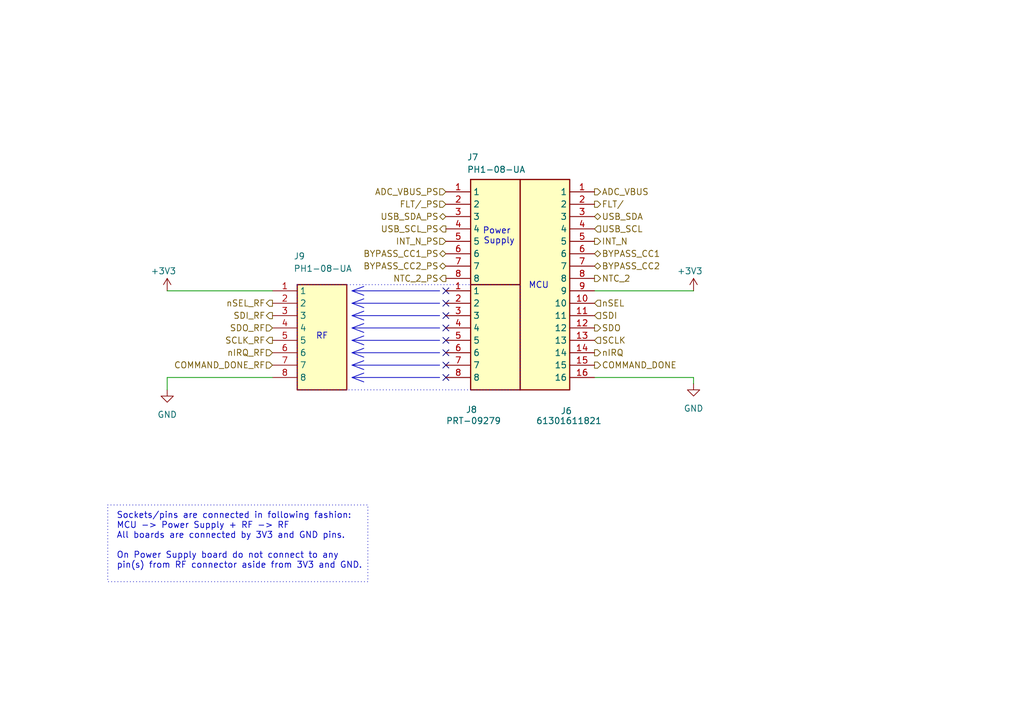
<source format=kicad_sch>
(kicad_sch
	(version 20231120)
	(generator "eeschema")
	(generator_version "8.0")
	(uuid "f610fd08-b7a0-4c8e-a6bc-3258a0bbabbc")
	(paper "A5")
	(lib_symbols
		(symbol "PH1-08-UA_1"
			(exclude_from_sim no)
			(in_bom yes)
			(on_board yes)
			(property "Reference" "J9"
				(at 4.318 7.112 0)
				(effects
					(font
						(size 1.27 1.27)
					)
					(justify left)
				)
			)
			(property "Value" "PH1-08-UA"
				(at 4.318 4.572 0)
				(effects
					(font
						(size 1.27 1.27)
					)
					(justify left)
				)
			)
			(property "Footprint" "HDRV8W64P0X254_1X8_2032X250X888P"
				(at 16.51 -94.92 0)
				(effects
					(font
						(size 1.27 1.27)
					)
					(justify left top)
					(hide yes)
				)
			)
			(property "Datasheet" "https://app.adam-tech.com/products/download/data_sheet/201605/ph1-xx-ua-data-sheet.pdf"
				(at 16.51 -194.92 0)
				(effects
					(font
						(size 1.27 1.27)
					)
					(justify left top)
					(hide yes)
				)
			)
			(property "Description" "Conn Unshrouded Header HDR 8 POS 2.54mm Solder ST Thru-Hole"
				(at 0 0 0)
				(effects
					(font
						(size 1.27 1.27)
					)
					(hide yes)
				)
			)
			(property "Height" "8.881"
				(at 16.51 -394.92 0)
				(effects
					(font
						(size 1.27 1.27)
					)
					(justify left top)
					(hide yes)
				)
			)
			(property "Manufacturer_Name" "Adam Tech"
				(at 16.51 -494.92 0)
				(effects
					(font
						(size 1.27 1.27)
					)
					(justify left top)
					(hide yes)
				)
			)
			(property "Manufacturer_Part_Number" "PH1-08-UA"
				(at 16.51 -594.92 0)
				(effects
					(font
						(size 1.27 1.27)
					)
					(justify left top)
					(hide yes)
				)
			)
			(property "Mouser Part Number" "737-PH1-08-UA"
				(at 16.51 -694.92 0)
				(effects
					(font
						(size 1.27 1.27)
					)
					(justify left top)
					(hide yes)
				)
			)
			(property "Mouser Price/Stock" "https://www.mouser.co.uk/ProductDetail/Adam-Tech/PH1-08-UA?qs=HoCaDK9Nz5fwefM2nMHXHA%3D%3D"
				(at 16.51 -794.92 0)
				(effects
					(font
						(size 1.27 1.27)
					)
					(justify left top)
					(hide yes)
				)
			)
			(property "Arrow Part Number" "PH1-08-UA"
				(at 16.51 -894.92 0)
				(effects
					(font
						(size 1.27 1.27)
					)
					(justify left top)
					(hide yes)
				)
			)
			(property "Arrow Price/Stock" "https://www.arrow.com/en/products/ph1-08-ua/adam-tech?utm_currency=USD&region=nac"
				(at 16.51 -994.92 0)
				(effects
					(font
						(size 1.27 1.27)
					)
					(justify left top)
					(hide yes)
				)
			)
			(symbol "PH1-08-UA_1_1_1"
				(rectangle
					(start 5.08 1.27)
					(end 15.24 -20.32)
					(stroke
						(width 0.254)
						(type default)
					)
					(fill
						(type background)
					)
				)
				(pin passive line
					(at 0 0 0)
					(length 5.08)
					(name "1"
						(effects
							(font
								(size 1.27 1.27)
							)
						)
					)
					(number "1"
						(effects
							(font
								(size 1.27 1.27)
							)
						)
					)
				)
				(pin passive line
					(at 0 -2.54 0)
					(length 5.08)
					(name "2"
						(effects
							(font
								(size 1.27 1.27)
							)
						)
					)
					(number "2"
						(effects
							(font
								(size 1.27 1.27)
							)
						)
					)
				)
				(pin passive line
					(at 0 -5.08 0)
					(length 5.08)
					(name "3"
						(effects
							(font
								(size 1.27 1.27)
							)
						)
					)
					(number "3"
						(effects
							(font
								(size 1.27 1.27)
							)
						)
					)
				)
				(pin passive line
					(at 0 -7.62 0)
					(length 5.08)
					(name "4"
						(effects
							(font
								(size 1.27 1.27)
							)
						)
					)
					(number "4"
						(effects
							(font
								(size 1.27 1.27)
							)
						)
					)
				)
				(pin passive line
					(at 0 -10.16 0)
					(length 5.08)
					(name "5"
						(effects
							(font
								(size 1.27 1.27)
							)
						)
					)
					(number "5"
						(effects
							(font
								(size 1.27 1.27)
							)
						)
					)
				)
				(pin passive line
					(at 0 -12.7 0)
					(length 5.08)
					(name "6"
						(effects
							(font
								(size 1.27 1.27)
							)
						)
					)
					(number "6"
						(effects
							(font
								(size 1.27 1.27)
							)
						)
					)
				)
				(pin passive line
					(at 0 -15.24 0)
					(length 5.08)
					(name "7"
						(effects
							(font
								(size 1.27 1.27)
							)
						)
					)
					(number "7"
						(effects
							(font
								(size 1.27 1.27)
							)
						)
					)
				)
				(pin passive line
					(at 0 -17.78 0)
					(length 5.08)
					(name "8"
						(effects
							(font
								(size 1.27 1.27)
							)
						)
					)
					(number "8"
						(effects
							(font
								(size 1.27 1.27)
							)
						)
					)
				)
			)
		)
		(symbol "SamacSys_Parts:61301611821"
			(exclude_from_sim no)
			(in_bom yes)
			(on_board yes)
			(property "Reference" "J"
				(at 16.51 7.62 0)
				(effects
					(font
						(size 1.27 1.27)
					)
					(justify left top)
				)
			)
			(property "Value" "61301611821"
				(at 16.51 5.08 0)
				(effects
					(font
						(size 1.27 1.27)
					)
					(justify left top)
				)
			)
			(property "Footprint" "RHDR16W82P0X254_1X16_4114X250X865P"
				(at 16.51 -94.92 0)
				(effects
					(font
						(size 1.27 1.27)
					)
					(justify left top)
					(hide yes)
				)
			)
			(property "Datasheet" "https://www.we-online.com/catalog/datasheet/61301611821.pdf"
				(at 16.51 -194.92 0)
				(effects
					(font
						(size 1.27 1.27)
					)
					(justify left top)
					(hide yes)
				)
			)
			(property "Description" "WURTH ELEKTRONIK - 61301611821 - PCB Receptacle, Board-to-Board, 2.54 mm, 1 Rows, 16 Contacts, Through Hole Mount, WR-PHD Series"
				(at 0 0 0)
				(effects
					(font
						(size 1.27 1.27)
					)
					(hide yes)
				)
			)
			(property "Height" "8.65"
				(at 16.51 -394.92 0)
				(effects
					(font
						(size 1.27 1.27)
					)
					(justify left top)
					(hide yes)
				)
			)
			(property "Manufacturer_Name" "Wurth Elektronik"
				(at 16.51 -494.92 0)
				(effects
					(font
						(size 1.27 1.27)
					)
					(justify left top)
					(hide yes)
				)
			)
			(property "Manufacturer_Part_Number" "61301611821"
				(at 16.51 -594.92 0)
				(effects
					(font
						(size 1.27 1.27)
					)
					(justify left top)
					(hide yes)
				)
			)
			(property "Mouser Part Number" "710-61301611821"
				(at 16.51 -694.92 0)
				(effects
					(font
						(size 1.27 1.27)
					)
					(justify left top)
					(hide yes)
				)
			)
			(property "Mouser Price/Stock" "https://www.mouser.co.uk/ProductDetail/Wurth-Elektronik/61301611821?qs=xZ%2FP%252Ba9zWqYIxo6RU%252B1Wuw%3D%3D"
				(at 16.51 -794.92 0)
				(effects
					(font
						(size 1.27 1.27)
					)
					(justify left top)
					(hide yes)
				)
			)
			(property "Arrow Part Number" ""
				(at 16.51 -894.92 0)
				(effects
					(font
						(size 1.27 1.27)
					)
					(justify left top)
					(hide yes)
				)
			)
			(property "Arrow Price/Stock" ""
				(at 16.51 -994.92 0)
				(effects
					(font
						(size 1.27 1.27)
					)
					(justify left top)
					(hide yes)
				)
			)
			(symbol "61301611821_1_1"
				(rectangle
					(start 5.08 2.54)
					(end 15.24 -40.64)
					(stroke
						(width 0.254)
						(type default)
					)
					(fill
						(type background)
					)
				)
				(pin passive line
					(at 0 0 0)
					(length 5.08)
					(name "1"
						(effects
							(font
								(size 1.27 1.27)
							)
						)
					)
					(number "1"
						(effects
							(font
								(size 1.27 1.27)
							)
						)
					)
				)
				(pin passive line
					(at 0 -22.86 0)
					(length 5.08)
					(name "10"
						(effects
							(font
								(size 1.27 1.27)
							)
						)
					)
					(number "10"
						(effects
							(font
								(size 1.27 1.27)
							)
						)
					)
				)
				(pin passive line
					(at 0 -25.4 0)
					(length 5.08)
					(name "11"
						(effects
							(font
								(size 1.27 1.27)
							)
						)
					)
					(number "11"
						(effects
							(font
								(size 1.27 1.27)
							)
						)
					)
				)
				(pin passive line
					(at 0 -27.94 0)
					(length 5.08)
					(name "12"
						(effects
							(font
								(size 1.27 1.27)
							)
						)
					)
					(number "12"
						(effects
							(font
								(size 1.27 1.27)
							)
						)
					)
				)
				(pin passive line
					(at 0 -30.48 0)
					(length 5.08)
					(name "13"
						(effects
							(font
								(size 1.27 1.27)
							)
						)
					)
					(number "13"
						(effects
							(font
								(size 1.27 1.27)
							)
						)
					)
				)
				(pin passive line
					(at 0 -33.02 0)
					(length 5.08)
					(name "14"
						(effects
							(font
								(size 1.27 1.27)
							)
						)
					)
					(number "14"
						(effects
							(font
								(size 1.27 1.27)
							)
						)
					)
				)
				(pin passive line
					(at 0 -35.56 0)
					(length 5.08)
					(name "15"
						(effects
							(font
								(size 1.27 1.27)
							)
						)
					)
					(number "15"
						(effects
							(font
								(size 1.27 1.27)
							)
						)
					)
				)
				(pin passive line
					(at 0 -38.1 0)
					(length 5.08)
					(name "16"
						(effects
							(font
								(size 1.27 1.27)
							)
						)
					)
					(number "16"
						(effects
							(font
								(size 1.27 1.27)
							)
						)
					)
				)
				(pin passive line
					(at 0 -2.54 0)
					(length 5.08)
					(name "2"
						(effects
							(font
								(size 1.27 1.27)
							)
						)
					)
					(number "2"
						(effects
							(font
								(size 1.27 1.27)
							)
						)
					)
				)
				(pin passive line
					(at 0 -5.08 0)
					(length 5.08)
					(name "3"
						(effects
							(font
								(size 1.27 1.27)
							)
						)
					)
					(number "3"
						(effects
							(font
								(size 1.27 1.27)
							)
						)
					)
				)
				(pin passive line
					(at 0 -7.62 0)
					(length 5.08)
					(name "4"
						(effects
							(font
								(size 1.27 1.27)
							)
						)
					)
					(number "4"
						(effects
							(font
								(size 1.27 1.27)
							)
						)
					)
				)
				(pin passive line
					(at 0 -10.16 0)
					(length 5.08)
					(name "5"
						(effects
							(font
								(size 1.27 1.27)
							)
						)
					)
					(number "5"
						(effects
							(font
								(size 1.27 1.27)
							)
						)
					)
				)
				(pin passive line
					(at 0 -12.7 0)
					(length 5.08)
					(name "6"
						(effects
							(font
								(size 1.27 1.27)
							)
						)
					)
					(number "6"
						(effects
							(font
								(size 1.27 1.27)
							)
						)
					)
				)
				(pin passive line
					(at 0 -15.24 0)
					(length 5.08)
					(name "7"
						(effects
							(font
								(size 1.27 1.27)
							)
						)
					)
					(number "7"
						(effects
							(font
								(size 1.27 1.27)
							)
						)
					)
				)
				(pin passive line
					(at 0 -17.78 0)
					(length 5.08)
					(name "8"
						(effects
							(font
								(size 1.27 1.27)
							)
						)
					)
					(number "8"
						(effects
							(font
								(size 1.27 1.27)
							)
						)
					)
				)
				(pin passive line
					(at 0 -20.32 0)
					(length 5.08)
					(name "9"
						(effects
							(font
								(size 1.27 1.27)
							)
						)
					)
					(number "9"
						(effects
							(font
								(size 1.27 1.27)
							)
						)
					)
				)
			)
		)
		(symbol "SamacSys_Parts:PH1-08-UA"
			(exclude_from_sim no)
			(in_bom yes)
			(on_board yes)
			(property "Reference" "J7"
				(at 4.318 7.112 0)
				(effects
					(font
						(size 1.27 1.27)
					)
					(justify left)
				)
			)
			(property "Value" "PH1-08-UA"
				(at 4.318 4.572 0)
				(effects
					(font
						(size 1.27 1.27)
					)
					(justify left)
				)
			)
			(property "Footprint" "HDRV8W64P0X254_1X8_2032X250X888P"
				(at 16.51 -94.92 0)
				(effects
					(font
						(size 1.27 1.27)
					)
					(justify left top)
					(hide yes)
				)
			)
			(property "Datasheet" "https://app.adam-tech.com/products/download/data_sheet/201605/ph1-xx-ua-data-sheet.pdf"
				(at 16.51 -194.92 0)
				(effects
					(font
						(size 1.27 1.27)
					)
					(justify left top)
					(hide yes)
				)
			)
			(property "Description" "Conn Unshrouded Header HDR 8 POS 2.54mm Solder ST Thru-Hole"
				(at 0 0 0)
				(effects
					(font
						(size 1.27 1.27)
					)
					(hide yes)
				)
			)
			(property "Height" "8.881"
				(at 16.51 -394.92 0)
				(effects
					(font
						(size 1.27 1.27)
					)
					(justify left top)
					(hide yes)
				)
			)
			(property "Manufacturer_Name" "Adam Tech"
				(at 16.51 -494.92 0)
				(effects
					(font
						(size 1.27 1.27)
					)
					(justify left top)
					(hide yes)
				)
			)
			(property "Manufacturer_Part_Number" "PH1-08-UA"
				(at 16.51 -594.92 0)
				(effects
					(font
						(size 1.27 1.27)
					)
					(justify left top)
					(hide yes)
				)
			)
			(property "Mouser Part Number" "737-PH1-08-UA"
				(at 16.51 -694.92 0)
				(effects
					(font
						(size 1.27 1.27)
					)
					(justify left top)
					(hide yes)
				)
			)
			(property "Mouser Price/Stock" "https://www.mouser.co.uk/ProductDetail/Adam-Tech/PH1-08-UA?qs=HoCaDK9Nz5fwefM2nMHXHA%3D%3D"
				(at 16.51 -794.92 0)
				(effects
					(font
						(size 1.27 1.27)
					)
					(justify left top)
					(hide yes)
				)
			)
			(property "Arrow Part Number" "PH1-08-UA"
				(at 16.51 -894.92 0)
				(effects
					(font
						(size 1.27 1.27)
					)
					(justify left top)
					(hide yes)
				)
			)
			(property "Arrow Price/Stock" "https://www.arrow.com/en/products/ph1-08-ua/adam-tech?utm_currency=USD&region=nac"
				(at 16.51 -994.92 0)
				(effects
					(font
						(size 1.27 1.27)
					)
					(justify left top)
					(hide yes)
				)
			)
			(symbol "PH1-08-UA_1_1"
				(rectangle
					(start 5.08 2.54)
					(end 15.24 -19.05)
					(stroke
						(width 0.254)
						(type default)
					)
					(fill
						(type background)
					)
				)
				(pin passive line
					(at 0 0 0)
					(length 5.08)
					(name "1"
						(effects
							(font
								(size 1.27 1.27)
							)
						)
					)
					(number "1"
						(effects
							(font
								(size 1.27 1.27)
							)
						)
					)
				)
				(pin passive line
					(at 0 -2.54 0)
					(length 5.08)
					(name "2"
						(effects
							(font
								(size 1.27 1.27)
							)
						)
					)
					(number "2"
						(effects
							(font
								(size 1.27 1.27)
							)
						)
					)
				)
				(pin passive line
					(at 0 -5.08 0)
					(length 5.08)
					(name "3"
						(effects
							(font
								(size 1.27 1.27)
							)
						)
					)
					(number "3"
						(effects
							(font
								(size 1.27 1.27)
							)
						)
					)
				)
				(pin passive line
					(at 0 -7.62 0)
					(length 5.08)
					(name "4"
						(effects
							(font
								(size 1.27 1.27)
							)
						)
					)
					(number "4"
						(effects
							(font
								(size 1.27 1.27)
							)
						)
					)
				)
				(pin passive line
					(at 0 -10.16 0)
					(length 5.08)
					(name "5"
						(effects
							(font
								(size 1.27 1.27)
							)
						)
					)
					(number "5"
						(effects
							(font
								(size 1.27 1.27)
							)
						)
					)
				)
				(pin passive line
					(at 0 -12.7 0)
					(length 5.08)
					(name "6"
						(effects
							(font
								(size 1.27 1.27)
							)
						)
					)
					(number "6"
						(effects
							(font
								(size 1.27 1.27)
							)
						)
					)
				)
				(pin passive line
					(at 0 -15.24 0)
					(length 5.08)
					(name "7"
						(effects
							(font
								(size 1.27 1.27)
							)
						)
					)
					(number "7"
						(effects
							(font
								(size 1.27 1.27)
							)
						)
					)
				)
				(pin passive line
					(at 0 -17.78 0)
					(length 5.08)
					(name "8"
						(effects
							(font
								(size 1.27 1.27)
							)
						)
					)
					(number "8"
						(effects
							(font
								(size 1.27 1.27)
							)
						)
					)
				)
			)
		)
		(symbol "SamacSys_Parts:PRT-09279"
			(exclude_from_sim no)
			(in_bom yes)
			(on_board yes)
			(property "Reference" "J8"
				(at 4.572 -23.114 0)
				(effects
					(font
						(size 1.27 1.27)
					)
					(justify left)
				)
			)
			(property "Value" "PRT-09279"
				(at 4.572 -25.654 0)
				(effects
					(font
						(size 1.27 1.27)
					)
					(justify left)
				)
			)
			(property "Footprint" "RHDR8W87P0X254_1X8_2087X250X865P"
				(at 16.51 -94.92 0)
				(effects
					(font
						(size 1.27 1.27)
					)
					(justify left top)
					(hide yes)
				)
			)
			(property "Datasheet" "https://cdn.sparkfun.com/datasheets/Prototyping/SP-140520-XX-001.pdf"
				(at 16.51 -194.92 0)
				(effects
					(font
						(size 1.27 1.27)
					)
					(justify left top)
					(hide yes)
				)
			)
			(property "Description" "2.54mm pitch Socket, single row, straight, 8 position"
				(at 0 0 0)
				(effects
					(font
						(size 1.27 1.27)
					)
					(hide yes)
				)
			)
			(property "Height" "8.65"
				(at 16.51 -394.92 0)
				(effects
					(font
						(size 1.27 1.27)
					)
					(justify left top)
					(hide yes)
				)
			)
			(property "Manufacturer_Name" "SparkFun"
				(at 16.51 -494.92 0)
				(effects
					(font
						(size 1.27 1.27)
					)
					(justify left top)
					(hide yes)
				)
			)
			(property "Manufacturer_Part_Number" "PRT-09279"
				(at 16.51 -594.92 0)
				(effects
					(font
						(size 1.27 1.27)
					)
					(justify left top)
					(hide yes)
				)
			)
			(property "Mouser Part Number" "474-PRT-09279"
				(at 16.51 -694.92 0)
				(effects
					(font
						(size 1.27 1.27)
					)
					(justify left top)
					(hide yes)
				)
			)
			(property "Mouser Price/Stock" "https://www.mouser.co.uk/ProductDetail/SparkFun/PRT-09279?qs=WyAARYrbSnZoWn%2FpXY8lrw%3D%3D"
				(at 16.51 -794.92 0)
				(effects
					(font
						(size 1.27 1.27)
					)
					(justify left top)
					(hide yes)
				)
			)
			(property "Arrow Part Number" "PRT-09279"
				(at 16.51 -894.92 0)
				(effects
					(font
						(size 1.27 1.27)
					)
					(justify left top)
					(hide yes)
				)
			)
			(property "Arrow Price/Stock" "https://www.arrow.com/en/products/prt-09279/sparkfun-electronics?region=nac"
				(at 16.51 -994.92 0)
				(effects
					(font
						(size 1.27 1.27)
					)
					(justify left top)
					(hide yes)
				)
			)
			(symbol "PRT-09279_1_1"
				(rectangle
					(start 5.08 1.27)
					(end 15.24 -20.32)
					(stroke
						(width 0.254)
						(type default)
					)
					(fill
						(type background)
					)
				)
				(pin passive line
					(at 0 0 0)
					(length 5.08)
					(name "1"
						(effects
							(font
								(size 1.27 1.27)
							)
						)
					)
					(number "1"
						(effects
							(font
								(size 1.27 1.27)
							)
						)
					)
				)
				(pin passive line
					(at 0 -2.54 0)
					(length 5.08)
					(name "2"
						(effects
							(font
								(size 1.27 1.27)
							)
						)
					)
					(number "2"
						(effects
							(font
								(size 1.27 1.27)
							)
						)
					)
				)
				(pin passive line
					(at 0 -5.08 0)
					(length 5.08)
					(name "3"
						(effects
							(font
								(size 1.27 1.27)
							)
						)
					)
					(number "3"
						(effects
							(font
								(size 1.27 1.27)
							)
						)
					)
				)
				(pin passive line
					(at 0 -7.62 0)
					(length 5.08)
					(name "4"
						(effects
							(font
								(size 1.27 1.27)
							)
						)
					)
					(number "4"
						(effects
							(font
								(size 1.27 1.27)
							)
						)
					)
				)
				(pin passive line
					(at 0 -10.16 0)
					(length 5.08)
					(name "5"
						(effects
							(font
								(size 1.27 1.27)
							)
						)
					)
					(number "5"
						(effects
							(font
								(size 1.27 1.27)
							)
						)
					)
				)
				(pin passive line
					(at 0 -12.7 0)
					(length 5.08)
					(name "6"
						(effects
							(font
								(size 1.27 1.27)
							)
						)
					)
					(number "6"
						(effects
							(font
								(size 1.27 1.27)
							)
						)
					)
				)
				(pin passive line
					(at 0 -15.24 0)
					(length 5.08)
					(name "7"
						(effects
							(font
								(size 1.27 1.27)
							)
						)
					)
					(number "7"
						(effects
							(font
								(size 1.27 1.27)
							)
						)
					)
				)
				(pin passive line
					(at 0 -17.78 0)
					(length 5.08)
					(name "8"
						(effects
							(font
								(size 1.27 1.27)
							)
						)
					)
					(number "8"
						(effects
							(font
								(size 1.27 1.27)
							)
						)
					)
				)
			)
		)
		(symbol "power:+3V3"
			(power)
			(pin_numbers hide)
			(pin_names
				(offset 0) hide)
			(exclude_from_sim no)
			(in_bom yes)
			(on_board yes)
			(property "Reference" "#PWR"
				(at 0 -3.81 0)
				(effects
					(font
						(size 1.27 1.27)
					)
					(hide yes)
				)
			)
			(property "Value" "+3V3"
				(at 0 3.556 0)
				(effects
					(font
						(size 1.27 1.27)
					)
				)
			)
			(property "Footprint" ""
				(at 0 0 0)
				(effects
					(font
						(size 1.27 1.27)
					)
					(hide yes)
				)
			)
			(property "Datasheet" ""
				(at 0 0 0)
				(effects
					(font
						(size 1.27 1.27)
					)
					(hide yes)
				)
			)
			(property "Description" "Power symbol creates a global label with name \"+3V3\""
				(at 0 0 0)
				(effects
					(font
						(size 1.27 1.27)
					)
					(hide yes)
				)
			)
			(property "ki_keywords" "global power"
				(at 0 0 0)
				(effects
					(font
						(size 1.27 1.27)
					)
					(hide yes)
				)
			)
			(symbol "+3V3_0_1"
				(polyline
					(pts
						(xy -0.762 1.27) (xy 0 2.54)
					)
					(stroke
						(width 0)
						(type default)
					)
					(fill
						(type none)
					)
				)
				(polyline
					(pts
						(xy 0 0) (xy 0 2.54)
					)
					(stroke
						(width 0)
						(type default)
					)
					(fill
						(type none)
					)
				)
				(polyline
					(pts
						(xy 0 2.54) (xy 0.762 1.27)
					)
					(stroke
						(width 0)
						(type default)
					)
					(fill
						(type none)
					)
				)
			)
			(symbol "+3V3_1_1"
				(pin power_in line
					(at 0 0 90)
					(length 0)
					(name "~"
						(effects
							(font
								(size 1.27 1.27)
							)
						)
					)
					(number "1"
						(effects
							(font
								(size 1.27 1.27)
							)
						)
					)
				)
			)
		)
		(symbol "power:GND"
			(power)
			(pin_numbers hide)
			(pin_names
				(offset 0) hide)
			(exclude_from_sim no)
			(in_bom yes)
			(on_board yes)
			(property "Reference" "#PWR"
				(at 0 -6.35 0)
				(effects
					(font
						(size 1.27 1.27)
					)
					(hide yes)
				)
			)
			(property "Value" "GND"
				(at 0 -3.81 0)
				(effects
					(font
						(size 1.27 1.27)
					)
				)
			)
			(property "Footprint" ""
				(at 0 0 0)
				(effects
					(font
						(size 1.27 1.27)
					)
					(hide yes)
				)
			)
			(property "Datasheet" ""
				(at 0 0 0)
				(effects
					(font
						(size 1.27 1.27)
					)
					(hide yes)
				)
			)
			(property "Description" "Power symbol creates a global label with name \"GND\" , ground"
				(at 0 0 0)
				(effects
					(font
						(size 1.27 1.27)
					)
					(hide yes)
				)
			)
			(property "ki_keywords" "global power"
				(at 0 0 0)
				(effects
					(font
						(size 1.27 1.27)
					)
					(hide yes)
				)
			)
			(symbol "GND_0_1"
				(polyline
					(pts
						(xy 0 0) (xy 0 -1.27) (xy 1.27 -1.27) (xy 0 -2.54) (xy -1.27 -1.27) (xy 0 -1.27)
					)
					(stroke
						(width 0)
						(type default)
					)
					(fill
						(type none)
					)
				)
			)
			(symbol "GND_1_1"
				(pin power_in line
					(at 0 0 270)
					(length 0)
					(name "~"
						(effects
							(font
								(size 1.27 1.27)
							)
						)
					)
					(number "1"
						(effects
							(font
								(size 1.27 1.27)
							)
						)
					)
				)
			)
		)
	)
	(no_connect
		(at 91.44 64.77)
		(uuid "00bb50a0-882d-4282-b9a7-ab7b17d2201b")
	)
	(no_connect
		(at 91.44 69.85)
		(uuid "0f64f5f1-8837-41e5-bbba-5599feb57d08")
	)
	(no_connect
		(at 91.44 62.23)
		(uuid "5e88da46-1d14-4b19-b9b9-f28b152dab70")
	)
	(no_connect
		(at 91.44 59.69)
		(uuid "77d1ba3e-06c8-4690-9c6d-bf66ba218162")
	)
	(no_connect
		(at 91.44 74.93)
		(uuid "9c826335-5e25-4f9e-8d38-56470528b111")
	)
	(no_connect
		(at 91.44 77.47)
		(uuid "a13781d9-6942-407e-9207-a4e67930af2b")
	)
	(no_connect
		(at 91.44 67.31)
		(uuid "cfe00fda-7979-4bcb-9f6a-ccdd501ca169")
	)
	(no_connect
		(at 91.44 72.39)
		(uuid "dc6737d0-d125-493b-95c0-fba6d2697d74")
	)
	(wire
		(pts
			(xy 34.29 77.47) (xy 55.88 77.47)
		)
		(stroke
			(width 0)
			(type default)
		)
		(uuid "03cb70a4-12bf-4270-a353-987942c5af09")
	)
	(wire
		(pts
			(xy 142.24 77.47) (xy 121.92 77.47)
		)
		(stroke
			(width 0)
			(type default)
		)
		(uuid "15a89c7e-4693-4158-ab38-5753e79d6e60")
	)
	(polyline
		(pts
			(xy 72.39 62.23) (xy 90.17 62.23)
		)
		(stroke
			(width 0)
			(type default)
		)
		(uuid "34cf3436-7664-4ede-a8b5-82e245a4c2b3")
	)
	(polyline
		(pts
			(xy 72.39 74.93) (xy 90.17 74.93)
		)
		(stroke
			(width 0)
			(type default)
		)
		(uuid "3abc8d2f-a550-4526-a7be-be4710b19455")
	)
	(polyline
		(pts
			(xy 72.39 64.77) (xy 90.17 64.77)
		)
		(stroke
			(width 0)
			(type default)
		)
		(uuid "6c7be1ca-c404-4af5-ac5d-f7a22a00d64c")
	)
	(wire
		(pts
			(xy 34.29 80.01) (xy 34.29 77.47)
		)
		(stroke
			(width 0)
			(type default)
		)
		(uuid "731aa614-2433-4d48-9be6-5e0282908cfc")
	)
	(wire
		(pts
			(xy 142.24 78.74) (xy 142.24 77.47)
		)
		(stroke
			(width 0)
			(type default)
		)
		(uuid "7515d199-f477-4ddd-ada9-d9f17bdc047b")
	)
	(wire
		(pts
			(xy 34.29 59.69) (xy 55.88 59.69)
		)
		(stroke
			(width 0)
			(type default)
		)
		(uuid "7eb6f7e7-c07f-498c-a7eb-6fcca841db4a")
	)
	(polyline
		(pts
			(xy 72.39 72.39) (xy 90.17 72.39)
		)
		(stroke
			(width 0)
			(type default)
		)
		(uuid "81c5db22-962f-48eb-9873-cb19dbec96da")
	)
	(polyline
		(pts
			(xy 72.39 77.47) (xy 90.17 77.47)
		)
		(stroke
			(width 0)
			(type default)
		)
		(uuid "874d55da-16ef-4270-aae9-69fa576fd02e")
	)
	(polyline
		(pts
			(xy 72.39 59.69) (xy 90.17 59.69)
		)
		(stroke
			(width 0)
			(type default)
		)
		(uuid "a78402b3-a260-4621-b89c-b1564ef26708")
	)
	(polyline
		(pts
			(xy 72.39 69.85) (xy 90.17 69.85)
		)
		(stroke
			(width 0)
			(type default)
		)
		(uuid "db6e574b-e38b-470e-bcf9-0c68bf97ecf4")
	)
	(polyline
		(pts
			(xy 72.39 67.31) (xy 90.17 67.31)
		)
		(stroke
			(width 0)
			(type default)
		)
		(uuid "f32495be-2091-4a54-a0e2-f1597e9b325f")
	)
	(wire
		(pts
			(xy 121.92 59.69) (xy 142.24 59.69)
		)
		(stroke
			(width 0)
			(type default)
		)
		(uuid "f765e08a-2f66-4209-844e-e02d96b218c6")
	)
	(rectangle
		(start 60.96 58.42)
		(end 106.68 80.01)
		(stroke
			(width 0)
			(type dot)
		)
		(fill
			(type none)
		)
		(uuid 892d3ad9-e435-4040-b7b4-2678e36bf1ca)
	)
	(rectangle
		(start 22.098 103.632)
		(end 75.438 119.38)
		(stroke
			(width 0)
			(type dot)
		)
		(fill
			(type none)
		)
		(uuid feecc4d6-f181-413d-8bb9-17091892a351)
	)
	(text "MCU"
		(exclude_from_sim no)
		(at 110.49 58.674 0)
		(effects
			(font
				(size 1.27 1.27)
			)
		)
		(uuid "108cdc7f-df4a-404e-85f7-ddb2246bf10b")
	)
	(text "<"
		(exclude_from_sim no)
		(at 73.406 62.23 0)
		(effects
			(font
				(size 3.175 3.175)
			)
		)
		(uuid "18f71262-4186-4dde-935d-b8156a09a5e0")
	)
	(text "<"
		(exclude_from_sim no)
		(at 73.406 74.93 0)
		(effects
			(font
				(size 3.175 3.175)
			)
		)
		(uuid "3b8844e2-4326-4a2c-ae24-73e4fea5dffe")
	)
	(text "Power \nSupply\n"
		(exclude_from_sim no)
		(at 102.362 48.514 0)
		(effects
			(font
				(size 1.27 1.27)
			)
		)
		(uuid "42c58020-f2a1-4de7-8d2e-2ee6fed7e938")
	)
	(text "<"
		(exclude_from_sim no)
		(at 73.406 69.85 0)
		(effects
			(font
				(size 3.175 3.175)
			)
		)
		(uuid "4befb2b4-ffdb-4189-a636-5d11a7d7f5d0")
	)
	(text "<"
		(exclude_from_sim no)
		(at 73.406 67.31 0)
		(effects
			(font
				(size 3.175 3.175)
			)
		)
		(uuid "5c385f98-cf9b-47df-9168-25395e020f46")
	)
	(text "<"
		(exclude_from_sim no)
		(at 73.406 72.39 0)
		(effects
			(font
				(size 3.175 3.175)
			)
		)
		(uuid "6b873142-36ae-4d46-aac4-a60365475963")
	)
	(text "RF"
		(exclude_from_sim no)
		(at 66.04 69.088 0)
		(effects
			(font
				(size 1.27 1.27)
			)
		)
		(uuid "b9255c67-4284-48c7-8e3c-6afdf7639563")
	)
	(text "<"
		(exclude_from_sim no)
		(at 73.406 59.69 0)
		(effects
			(font
				(size 3.175 3.175)
			)
		)
		(uuid "c810d179-8d04-477f-82f6-53aa3f7012b1")
	)
	(text "<"
		(exclude_from_sim no)
		(at 73.406 64.77 0)
		(effects
			(font
				(size 3.175 3.175)
			)
		)
		(uuid "c9eb9d56-1fde-4864-8e3a-c00ec3c13646")
	)
	(text "<"
		(exclude_from_sim no)
		(at 73.406 77.47 0)
		(effects
			(font
				(size 3.175 3.175)
			)
		)
		(uuid "efa61497-7f26-4f9e-bc6f-65c97620ba33")
	)
	(text "Sockets/pins are connected in following fashion:\nMCU -> Power Supply + RF -> RF \nAll boards are connected by 3V3 and GND pins. \n\nOn Power Supply board do not connect to any \npin(s) from RF connector aside from 3V3 and GND."
		(exclude_from_sim no)
		(at 23.876 110.998 0)
		(effects
			(font
				(size 1.27 1.27)
			)
			(justify left)
		)
		(uuid "f324a2f1-7b05-4caa-b16d-9cebb6614d87")
	)
	(hierarchical_label "INT_N_PS"
		(shape input)
		(at 91.44 49.53 180)
		(effects
			(font
				(size 1.27 1.27)
			)
			(justify right)
		)
		(uuid "030c3462-5fa5-4729-8f9b-9fa8a97b07f9")
	)
	(hierarchical_label "NTC_2"
		(shape output)
		(at 121.92 57.15 0)
		(effects
			(font
				(size 1.27 1.27)
			)
			(justify left)
		)
		(uuid "13ab2101-b408-426f-b8eb-319c6439d1f9")
	)
	(hierarchical_label "USB_SDA_PS"
		(shape bidirectional)
		(at 91.44 44.45 180)
		(effects
			(font
				(size 1.27 1.27)
			)
			(justify right)
		)
		(uuid "1b2565b2-981c-4fe4-865e-5b6e7d1c3684")
	)
	(hierarchical_label "nSEL_RF"
		(shape output)
		(at 55.88 62.23 180)
		(effects
			(font
				(size 1.27 1.27)
			)
			(justify right)
		)
		(uuid "2127f497-ae2f-4d82-82f2-cc34297e2150")
	)
	(hierarchical_label "BYPASS_CC1"
		(shape bidirectional)
		(at 121.92 52.07 0)
		(effects
			(font
				(size 1.27 1.27)
			)
			(justify left)
		)
		(uuid "23082d12-fe5d-4a50-aff9-52716c526113")
	)
	(hierarchical_label "NTC_2_PS"
		(shape output)
		(at 91.44 57.15 180)
		(effects
			(font
				(size 1.27 1.27)
			)
			(justify right)
		)
		(uuid "2479c59b-5c4a-40b7-9f6e-1473ac0d4dce")
	)
	(hierarchical_label "SCLK_RF"
		(shape output)
		(at 55.88 69.85 180)
		(effects
			(font
				(size 1.27 1.27)
			)
			(justify right)
		)
		(uuid "25b0bc54-a6be-4339-a7be-d1f77822f37a")
	)
	(hierarchical_label "USB_SCL_PS"
		(shape output)
		(at 91.44 46.99 180)
		(effects
			(font
				(size 1.27 1.27)
			)
			(justify right)
		)
		(uuid "283e5244-cd7a-4321-a21c-01f53d0cbcd1")
	)
	(hierarchical_label "BYPASS_CC1_PS"
		(shape bidirectional)
		(at 91.44 52.07 180)
		(effects
			(font
				(size 1.27 1.27)
			)
			(justify right)
		)
		(uuid "2a070926-95e6-41af-9f76-6eccf0c467a7")
	)
	(hierarchical_label "SDI_RF"
		(shape output)
		(at 55.88 64.77 180)
		(effects
			(font
				(size 1.27 1.27)
			)
			(justify right)
		)
		(uuid "330f0a43-2870-4932-b00f-6c3adbdbed4b")
	)
	(hierarchical_label "INT_N"
		(shape output)
		(at 121.92 49.53 0)
		(effects
			(font
				(size 1.27 1.27)
			)
			(justify left)
		)
		(uuid "35b45a75-deb5-4b55-967a-9d33c761b96c")
	)
	(hierarchical_label "USB_SDA"
		(shape bidirectional)
		(at 121.92 44.45 0)
		(effects
			(font
				(size 1.27 1.27)
			)
			(justify left)
		)
		(uuid "39a86e77-492e-4327-9c60-ec89561b02a3")
	)
	(hierarchical_label "ADC_VBUS"
		(shape output)
		(at 121.92 39.37 0)
		(effects
			(font
				(size 1.27 1.27)
			)
			(justify left)
		)
		(uuid "3a81c93f-ebd0-435c-8be3-5bbdedd47d58")
	)
	(hierarchical_label "USB_SCL"
		(shape input)
		(at 121.92 46.99 0)
		(effects
			(font
				(size 1.27 1.27)
			)
			(justify left)
		)
		(uuid "4386b09f-987e-4a61-b1af-1f1786f38755")
	)
	(hierarchical_label "nSEL"
		(shape input)
		(at 121.92 62.23 0)
		(effects
			(font
				(size 1.27 1.27)
			)
			(justify left)
		)
		(uuid "5450339c-a416-4905-948a-d350bfa260e7")
	)
	(hierarchical_label "BYPASS_CC2"
		(shape bidirectional)
		(at 121.92 54.61 0)
		(effects
			(font
				(size 1.27 1.27)
			)
			(justify left)
		)
		(uuid "5fbdcee1-ac49-4e81-9687-da85325c3663")
	)
	(hierarchical_label "SDO"
		(shape output)
		(at 121.92 67.31 0)
		(effects
			(font
				(size 1.27 1.27)
			)
			(justify left)
		)
		(uuid "765b2796-6dac-4735-b405-c4f46a3ab6ef")
	)
	(hierarchical_label "COMMAND_DONE_RF"
		(shape input)
		(at 55.88 74.93 180)
		(effects
			(font
				(size 1.27 1.27)
			)
			(justify right)
		)
		(uuid "905381e5-4bf5-4208-9171-c4b403b711d1")
	)
	(hierarchical_label "nIRQ"
		(shape output)
		(at 121.92 72.39 0)
		(effects
			(font
				(size 1.27 1.27)
			)
			(justify left)
		)
		(uuid "91fb25ce-ab21-4de1-9e10-f054d10a493e")
	)
	(hierarchical_label "COMMAND_DONE"
		(shape output)
		(at 121.92 74.93 0)
		(effects
			(font
				(size 1.27 1.27)
			)
			(justify left)
		)
		(uuid "9c22b321-28f9-44c2-8fb3-f4f1f1bb44bf")
	)
	(hierarchical_label "ADC_VBUS_PS"
		(shape input)
		(at 91.44 39.37 180)
		(effects
			(font
				(size 1.27 1.27)
			)
			(justify right)
		)
		(uuid "ad6f93db-da71-472c-8bce-8bc13739ee9b")
	)
	(hierarchical_label "SDI"
		(shape input)
		(at 121.92 64.77 0)
		(effects
			(font
				(size 1.27 1.27)
			)
			(justify left)
		)
		(uuid "c708fcb2-6fa2-464c-98a0-c30d312c089a")
	)
	(hierarchical_label "BYPASS_CC2_PS"
		(shape bidirectional)
		(at 91.44 54.61 180)
		(effects
			(font
				(size 1.27 1.27)
			)
			(justify right)
		)
		(uuid "e0822e08-74ac-42b7-8ce3-16a19250ab23")
	)
	(hierarchical_label "FLT{slash}"
		(shape output)
		(at 121.92 41.91 0)
		(effects
			(font
				(size 1.27 1.27)
			)
			(justify left)
		)
		(uuid "e931ab9b-fe8c-4fcd-80c5-fead67160eca")
	)
	(hierarchical_label "SCLK"
		(shape input)
		(at 121.92 69.85 0)
		(effects
			(font
				(size 1.27 1.27)
			)
			(justify left)
		)
		(uuid "eb7b7b4c-90ee-4483-b04f-ac6fdc957a27")
	)
	(hierarchical_label "FLT{slash}_PS"
		(shape input)
		(at 91.44 41.91 180)
		(effects
			(font
				(size 1.27 1.27)
			)
			(justify right)
		)
		(uuid "f467e411-3784-433b-bd15-ae2a1158f83d")
	)
	(hierarchical_label "SDO_RF"
		(shape input)
		(at 55.88 67.31 180)
		(effects
			(font
				(size 1.27 1.27)
			)
			(justify right)
		)
		(uuid "f9a415bd-1d9d-42f4-ad21-284c0ac3429e")
	)
	(hierarchical_label "nIRQ_RF"
		(shape input)
		(at 55.88 72.39 180)
		(effects
			(font
				(size 1.27 1.27)
			)
			(justify right)
		)
		(uuid "ffad2559-ec82-4a3c-91a2-71332ca4429e")
	)
	(symbol
		(lib_id "power:GND")
		(at 34.29 80.01 0)
		(unit 1)
		(exclude_from_sim no)
		(in_bom yes)
		(on_board yes)
		(dnp no)
		(fields_autoplaced yes)
		(uuid "157af76b-8547-4ce8-b833-f92fe478a59f")
		(property "Reference" "#PWR080"
			(at 34.29 86.36 0)
			(effects
				(font
					(size 1.27 1.27)
				)
				(hide yes)
			)
		)
		(property "Value" "GND"
			(at 34.29 85.09 0)
			(effects
				(font
					(size 1.27 1.27)
				)
			)
		)
		(property "Footprint" ""
			(at 34.29 80.01 0)
			(effects
				(font
					(size 1.27 1.27)
				)
				(hide yes)
			)
		)
		(property "Datasheet" ""
			(at 34.29 80.01 0)
			(effects
				(font
					(size 1.27 1.27)
				)
				(hide yes)
			)
		)
		(property "Description" "Power symbol creates a global label with name \"GND\" , ground"
			(at 34.29 80.01 0)
			(effects
				(font
					(size 1.27 1.27)
				)
				(hide yes)
			)
		)
		(pin "1"
			(uuid "2d01b921-d5ea-4fdc-9e1d-b46a2aa678da")
		)
		(instances
			(project "obvod"
				(path "/e8e834c4-1afb-42f7-b718-3cb720dae1d5/d927d343-1b4e-4356-add7-d3a6e8c1ceb8"
					(reference "#PWR080")
					(unit 1)
				)
			)
		)
	)
	(symbol
		(lib_id "power:GND")
		(at 142.24 78.74 0)
		(unit 1)
		(exclude_from_sim no)
		(in_bom yes)
		(on_board yes)
		(dnp no)
		(fields_autoplaced yes)
		(uuid "799b24fb-d832-4f67-a743-14845ed2e035")
		(property "Reference" "#PWR098"
			(at 142.24 85.09 0)
			(effects
				(font
					(size 1.27 1.27)
				)
				(hide yes)
			)
		)
		(property "Value" "GND"
			(at 142.24 83.82 0)
			(effects
				(font
					(size 1.27 1.27)
				)
			)
		)
		(property "Footprint" ""
			(at 142.24 78.74 0)
			(effects
				(font
					(size 1.27 1.27)
				)
				(hide yes)
			)
		)
		(property "Datasheet" ""
			(at 142.24 78.74 0)
			(effects
				(font
					(size 1.27 1.27)
				)
				(hide yes)
			)
		)
		(property "Description" "Power symbol creates a global label with name \"GND\" , ground"
			(at 142.24 78.74 0)
			(effects
				(font
					(size 1.27 1.27)
				)
				(hide yes)
			)
		)
		(pin "1"
			(uuid "f5c1e095-e3ec-4f2b-bf9d-bb0f88f55244")
		)
		(instances
			(project "obvod"
				(path "/e8e834c4-1afb-42f7-b718-3cb720dae1d5/d927d343-1b4e-4356-add7-d3a6e8c1ceb8"
					(reference "#PWR098")
					(unit 1)
				)
			)
		)
	)
	(symbol
		(lib_id "power:+3V3")
		(at 34.29 59.69 0)
		(unit 1)
		(exclude_from_sim no)
		(in_bom yes)
		(on_board yes)
		(dnp no)
		(uuid "b75014fe-46ee-4276-9f93-fd0575fd0894")
		(property "Reference" "#PWR079"
			(at 34.29 63.5 0)
			(effects
				(font
					(size 1.27 1.27)
				)
				(hide yes)
			)
		)
		(property "Value" "+3V3"
			(at 33.528 55.626 0)
			(effects
				(font
					(size 1.27 1.27)
				)
			)
		)
		(property "Footprint" ""
			(at 34.29 59.69 0)
			(effects
				(font
					(size 1.27 1.27)
				)
				(hide yes)
			)
		)
		(property "Datasheet" ""
			(at 34.29 59.69 0)
			(effects
				(font
					(size 1.27 1.27)
				)
				(hide yes)
			)
		)
		(property "Description" "Power symbol creates a global label with name \"+3V3\""
			(at 34.29 59.69 0)
			(effects
				(font
					(size 1.27 1.27)
				)
				(hide yes)
			)
		)
		(pin "1"
			(uuid "7446012d-a10b-45d6-8a00-a67ea70bac74")
		)
		(instances
			(project "obvod"
				(path "/e8e834c4-1afb-42f7-b718-3cb720dae1d5/d927d343-1b4e-4356-add7-d3a6e8c1ceb8"
					(reference "#PWR079")
					(unit 1)
				)
			)
		)
	)
	(symbol
		(lib_id "SamacSys_Parts:PH1-08-UA")
		(at 91.44 39.37 0)
		(unit 1)
		(exclude_from_sim no)
		(in_bom yes)
		(on_board yes)
		(dnp no)
		(uuid "bd60e728-69db-47b9-a9b4-555c229091e7")
		(property "Reference" "J7"
			(at 95.758 32.258 0)
			(effects
				(font
					(size 1.27 1.27)
				)
				(justify left)
			)
		)
		(property "Value" "PH1-08-UA"
			(at 95.758 34.798 0)
			(effects
				(font
					(size 1.27 1.27)
				)
				(justify left)
			)
		)
		(property "Footprint" "HDRV8W64P0X254_1X8_2032X250X888P"
			(at 107.95 134.29 0)
			(effects
				(font
					(size 1.27 1.27)
				)
				(justify left top)
				(hide yes)
			)
		)
		(property "Datasheet" "https://app.adam-tech.com/products/download/data_sheet/201605/ph1-xx-ua-data-sheet.pdf"
			(at 107.95 234.29 0)
			(effects
				(font
					(size 1.27 1.27)
				)
				(justify left top)
				(hide yes)
			)
		)
		(property "Description" "Conn Unshrouded Header HDR 8 POS 2.54mm Solder ST Thru-Hole"
			(at 91.44 39.37 0)
			(effects
				(font
					(size 1.27 1.27)
				)
				(hide yes)
			)
		)
		(property "Height" "8.881"
			(at 107.95 434.29 0)
			(effects
				(font
					(size 1.27 1.27)
				)
				(justify left top)
				(hide yes)
			)
		)
		(property "Manufacturer_Name" "Adam Tech"
			(at 107.95 534.29 0)
			(effects
				(font
					(size 1.27 1.27)
				)
				(justify left top)
				(hide yes)
			)
		)
		(property "Manufacturer_Part_Number" "PH1-08-UA"
			(at 107.95 634.29 0)
			(effects
				(font
					(size 1.27 1.27)
				)
				(justify left top)
				(hide yes)
			)
		)
		(property "Mouser Part Number" "737-PH1-08-UA"
			(at 107.95 734.29 0)
			(effects
				(font
					(size 1.27 1.27)
				)
				(justify left top)
				(hide yes)
			)
		)
		(property "Mouser Price/Stock" "https://www.mouser.co.uk/ProductDetail/Adam-Tech/PH1-08-UA?qs=HoCaDK9Nz5fwefM2nMHXHA%3D%3D"
			(at 107.95 834.29 0)
			(effects
				(font
					(size 1.27 1.27)
				)
				(justify left top)
				(hide yes)
			)
		)
		(property "Arrow Part Number" "PH1-08-UA"
			(at 107.95 934.29 0)
			(effects
				(font
					(size 1.27 1.27)
				)
				(justify left top)
				(hide yes)
			)
		)
		(property "Arrow Price/Stock" "https://www.arrow.com/en/products/ph1-08-ua/adam-tech?utm_currency=USD&region=nac"
			(at 107.95 1034.29 0)
			(effects
				(font
					(size 1.27 1.27)
				)
				(justify left top)
				(hide yes)
			)
		)
		(pin "4"
			(uuid "090e221e-be09-47fc-a3eb-e13aeb2a8539")
		)
		(pin "8"
			(uuid "e603f97b-8fb9-423d-be9e-11854ec397c5")
		)
		(pin "5"
			(uuid "ee443052-7de3-45a3-91f5-ff69bf9a07f8")
		)
		(pin "6"
			(uuid "2b0ae79e-f980-4dc6-9fb1-e75dc2dc8d9d")
		)
		(pin "1"
			(uuid "88fd3900-97a0-481d-88e9-38e8e5261076")
		)
		(pin "2"
			(uuid "df2ce602-c3a5-4760-9dec-d372a8d40706")
		)
		(pin "3"
			(uuid "44003611-1c26-4a74-8d51-83a2eab17034")
		)
		(pin "7"
			(uuid "662e99bd-e81f-457a-a16d-c9c9715d399a")
		)
		(instances
			(project ""
				(path "/e8e834c4-1afb-42f7-b718-3cb720dae1d5/d927d343-1b4e-4356-add7-d3a6e8c1ceb8"
					(reference "J7")
					(unit 1)
				)
			)
		)
	)
	(symbol
		(lib_name "PH1-08-UA_1")
		(lib_id "SamacSys_Parts:PH1-08-UA")
		(at 55.88 59.69 0)
		(unit 1)
		(exclude_from_sim no)
		(in_bom yes)
		(on_board yes)
		(dnp no)
		(uuid "d56f7efc-494e-4e86-940a-f056dae13e01")
		(property "Reference" "J9"
			(at 60.198 52.578 0)
			(effects
				(font
					(size 1.27 1.27)
				)
				(justify left)
			)
		)
		(property "Value" "PH1-08-UA"
			(at 60.198 55.118 0)
			(effects
				(font
					(size 1.27 1.27)
				)
				(justify left)
			)
		)
		(property "Footprint" "HDRV8W64P0X254_1X8_2032X250X888P"
			(at 72.39 154.61 0)
			(effects
				(font
					(size 1.27 1.27)
				)
				(justify left top)
				(hide yes)
			)
		)
		(property "Datasheet" "https://app.adam-tech.com/products/download/data_sheet/201605/ph1-xx-ua-data-sheet.pdf"
			(at 72.39 254.61 0)
			(effects
				(font
					(size 1.27 1.27)
				)
				(justify left top)
				(hide yes)
			)
		)
		(property "Description" "Conn Unshrouded Header HDR 8 POS 2.54mm Solder ST Thru-Hole"
			(at 55.88 59.69 0)
			(effects
				(font
					(size 1.27 1.27)
				)
				(hide yes)
			)
		)
		(property "Height" "8.881"
			(at 72.39 454.61 0)
			(effects
				(font
					(size 1.27 1.27)
				)
				(justify left top)
				(hide yes)
			)
		)
		(property "Manufacturer_Name" "Adam Tech"
			(at 72.39 554.61 0)
			(effects
				(font
					(size 1.27 1.27)
				)
				(justify left top)
				(hide yes)
			)
		)
		(property "Manufacturer_Part_Number" "PH1-08-UA"
			(at 72.39 654.61 0)
			(effects
				(font
					(size 1.27 1.27)
				)
				(justify left top)
				(hide yes)
			)
		)
		(property "Mouser Part Number" "737-PH1-08-UA"
			(at 72.39 754.61 0)
			(effects
				(font
					(size 1.27 1.27)
				)
				(justify left top)
				(hide yes)
			)
		)
		(property "Mouser Price/Stock" "https://www.mouser.co.uk/ProductDetail/Adam-Tech/PH1-08-UA?qs=HoCaDK9Nz5fwefM2nMHXHA%3D%3D"
			(at 72.39 854.61 0)
			(effects
				(font
					(size 1.27 1.27)
				)
				(justify left top)
				(hide yes)
			)
		)
		(property "Arrow Part Number" "PH1-08-UA"
			(at 72.39 954.61 0)
			(effects
				(font
					(size 1.27 1.27)
				)
				(justify left top)
				(hide yes)
			)
		)
		(property "Arrow Price/Stock" "https://www.arrow.com/en/products/ph1-08-ua/adam-tech?utm_currency=USD&region=nac"
			(at 72.39 1054.61 0)
			(effects
				(font
					(size 1.27 1.27)
				)
				(justify left top)
				(hide yes)
			)
		)
		(pin "4"
			(uuid "5175c320-770a-40f1-bc77-1ffd037b7e43")
		)
		(pin "8"
			(uuid "2594ce75-fbdc-41ca-84b2-07c8c95aa42a")
		)
		(pin "5"
			(uuid "bdf19a31-b0e5-417f-abc7-e80af56c6736")
		)
		(pin "6"
			(uuid "85b238c8-efe5-4c68-85dc-71d49b6e04c4")
		)
		(pin "1"
			(uuid "33714315-91a8-4d6b-ae43-70d8d9601111")
		)
		(pin "2"
			(uuid "c56359ed-04f8-48e7-bbc6-0082cc4a0b5a")
		)
		(pin "3"
			(uuid "f5e69548-e11c-4df3-ba38-4a82b5508027")
		)
		(pin "7"
			(uuid "f67b237f-b427-40ea-ae9c-1516c4b0d5ba")
		)
		(instances
			(project "obvod"
				(path "/e8e834c4-1afb-42f7-b718-3cb720dae1d5/d927d343-1b4e-4356-add7-d3a6e8c1ceb8"
					(reference "J9")
					(unit 1)
				)
			)
		)
	)
	(symbol
		(lib_id "SamacSys_Parts:61301611821")
		(at 121.92 39.37 0)
		(mirror y)
		(unit 1)
		(exclude_from_sim no)
		(in_bom yes)
		(on_board yes)
		(dnp no)
		(uuid "da109bc1-4d7b-41d9-b8cc-20eed7296739")
		(property "Reference" "J6"
			(at 117.348 84.328 0)
			(effects
				(font
					(size 1.27 1.27)
				)
				(justify left)
			)
		)
		(property "Value" "61301611821"
			(at 123.444 86.36 0)
			(effects
				(font
					(size 1.27 1.27)
				)
				(justify left)
			)
		)
		(property "Footprint" "RHDR16W82P0X254_1X16_4114X250X865P"
			(at 105.41 134.29 0)
			(effects
				(font
					(size 1.27 1.27)
				)
				(justify left top)
				(hide yes)
			)
		)
		(property "Datasheet" "https://www.we-online.com/catalog/datasheet/61301611821.pdf"
			(at 105.41 234.29 0)
			(effects
				(font
					(size 1.27 1.27)
				)
				(justify left top)
				(hide yes)
			)
		)
		(property "Description" "WURTH ELEKTRONIK - 61301611821 - PCB Receptacle, Board-to-Board, 2.54 mm, 1 Rows, 16 Contacts, Through Hole Mount, WR-PHD Series"
			(at 121.92 39.37 0)
			(effects
				(font
					(size 1.27 1.27)
				)
				(hide yes)
			)
		)
		(property "Height" "8.65"
			(at 105.41 434.29 0)
			(effects
				(font
					(size 1.27 1.27)
				)
				(justify left top)
				(hide yes)
			)
		)
		(property "Manufacturer_Name" "Wurth Elektronik"
			(at 105.41 534.29 0)
			(effects
				(font
					(size 1.27 1.27)
				)
				(justify left top)
				(hide yes)
			)
		)
		(property "Manufacturer_Part_Number" "61301611821"
			(at 105.41 634.29 0)
			(effects
				(font
					(size 1.27 1.27)
				)
				(justify left top)
				(hide yes)
			)
		)
		(property "Mouser Part Number" "710-61301611821"
			(at 105.41 734.29 0)
			(effects
				(font
					(size 1.27 1.27)
				)
				(justify left top)
				(hide yes)
			)
		)
		(property "Mouser Price/Stock" "https://www.mouser.co.uk/ProductDetail/Wurth-Elektronik/61301611821?qs=xZ%2FP%252Ba9zWqYIxo6RU%252B1Wuw%3D%3D"
			(at 105.41 834.29 0)
			(effects
				(font
					(size 1.27 1.27)
				)
				(justify left top)
				(hide yes)
			)
		)
		(property "Arrow Part Number" ""
			(at 105.41 934.29 0)
			(effects
				(font
					(size 1.27 1.27)
				)
				(justify left top)
				(hide yes)
			)
		)
		(property "Arrow Price/Stock" ""
			(at 105.41 1034.29 0)
			(effects
				(font
					(size 1.27 1.27)
				)
				(justify left top)
				(hide yes)
			)
		)
		(pin "16"
			(uuid "40bbd262-ebb5-4361-b5a5-01f983f3bea6")
		)
		(pin "4"
			(uuid "236fff6d-4c81-4247-8e5f-d737302cce89")
		)
		(pin "13"
			(uuid "44b25ca3-1ac3-4a38-aa54-ab11f4f95530")
		)
		(pin "2"
			(uuid "7fc7a07c-0e0d-4d88-9921-75db0ad7fdd8")
		)
		(pin "8"
			(uuid "41bda7fa-c8f7-4f40-9004-572859f8553b")
		)
		(pin "12"
			(uuid "cf5e88a7-2590-421f-822a-037931a9159d")
		)
		(pin "1"
			(uuid "d6536754-42e1-42b6-b032-b448c3f1d640")
		)
		(pin "15"
			(uuid "464cf030-fc43-4cdb-8fed-33b961833b7e")
		)
		(pin "9"
			(uuid "3fdcd098-2ac7-43c7-aed7-37b4532328e5")
		)
		(pin "5"
			(uuid "6ea6adb8-12a0-4a4e-a85d-ac6b84bb03aa")
		)
		(pin "7"
			(uuid "2ad03b4c-024c-49eb-90c5-288a6a2fd4d9")
		)
		(pin "10"
			(uuid "ee251854-a0a1-4c3d-859d-a7d1c4958ab3")
		)
		(pin "11"
			(uuid "2890bc33-7eff-4765-8e51-06681feaadce")
		)
		(pin "14"
			(uuid "af859f2a-5a5e-4803-b6b0-5da3a24f31a2")
		)
		(pin "3"
			(uuid "f28ff5b4-9f23-4fc3-8598-4e48237566d5")
		)
		(pin "6"
			(uuid "85565b47-5c63-4085-9f18-b65a019e44ef")
		)
		(instances
			(project ""
				(path "/e8e834c4-1afb-42f7-b718-3cb720dae1d5/d927d343-1b4e-4356-add7-d3a6e8c1ceb8"
					(reference "J6")
					(unit 1)
				)
			)
		)
	)
	(symbol
		(lib_id "power:+3V3")
		(at 142.24 59.69 0)
		(unit 1)
		(exclude_from_sim no)
		(in_bom yes)
		(on_board yes)
		(dnp no)
		(uuid "e061a05e-2181-456c-88d0-73dd46c76640")
		(property "Reference" "#PWR099"
			(at 142.24 63.5 0)
			(effects
				(font
					(size 1.27 1.27)
				)
				(hide yes)
			)
		)
		(property "Value" "+3V3"
			(at 141.478 55.626 0)
			(effects
				(font
					(size 1.27 1.27)
				)
			)
		)
		(property "Footprint" ""
			(at 142.24 59.69 0)
			(effects
				(font
					(size 1.27 1.27)
				)
				(hide yes)
			)
		)
		(property "Datasheet" ""
			(at 142.24 59.69 0)
			(effects
				(font
					(size 1.27 1.27)
				)
				(hide yes)
			)
		)
		(property "Description" "Power symbol creates a global label with name \"+3V3\""
			(at 142.24 59.69 0)
			(effects
				(font
					(size 1.27 1.27)
				)
				(hide yes)
			)
		)
		(pin "1"
			(uuid "0f1eb246-78b4-4295-88d1-377169a766eb")
		)
		(instances
			(project "obvod"
				(path "/e8e834c4-1afb-42f7-b718-3cb720dae1d5/d927d343-1b4e-4356-add7-d3a6e8c1ceb8"
					(reference "#PWR099")
					(unit 1)
				)
			)
		)
	)
	(symbol
		(lib_id "SamacSys_Parts:PRT-09279")
		(at 91.44 59.69 0)
		(unit 1)
		(exclude_from_sim no)
		(in_bom yes)
		(on_board yes)
		(dnp no)
		(uuid "fcd0c902-dce3-49c6-9ef6-078eb401de31")
		(property "Reference" "J8"
			(at 95.504 84.074 0)
			(effects
				(font
					(size 1.27 1.27)
				)
				(justify left)
			)
		)
		(property "Value" "PRT-09279"
			(at 91.44 86.36 0)
			(effects
				(font
					(size 1.27 1.27)
				)
				(justify left)
			)
		)
		(property "Footprint" "RHDR8W87P0X254_1X8_2087X250X865P"
			(at 107.95 154.61 0)
			(effects
				(font
					(size 1.27 1.27)
				)
				(justify left top)
				(hide yes)
			)
		)
		(property "Datasheet" "https://cdn.sparkfun.com/datasheets/Prototyping/SP-140520-XX-001.pdf"
			(at 107.95 254.61 0)
			(effects
				(font
					(size 1.27 1.27)
				)
				(justify left top)
				(hide yes)
			)
		)
		(property "Description" "2.54mm pitch Socket, single row, straight, 8 position"
			(at 91.44 59.69 0)
			(effects
				(font
					(size 1.27 1.27)
				)
				(hide yes)
			)
		)
		(property "Height" "8.65"
			(at 107.95 454.61 0)
			(effects
				(font
					(size 1.27 1.27)
				)
				(justify left top)
				(hide yes)
			)
		)
		(property "Manufacturer_Name" "SparkFun"
			(at 107.95 554.61 0)
			(effects
				(font
					(size 1.27 1.27)
				)
				(justify left top)
				(hide yes)
			)
		)
		(property "Manufacturer_Part_Number" "PRT-09279"
			(at 107.95 654.61 0)
			(effects
				(font
					(size 1.27 1.27)
				)
				(justify left top)
				(hide yes)
			)
		)
		(property "Mouser Part Number" "474-PRT-09279"
			(at 107.95 754.61 0)
			(effects
				(font
					(size 1.27 1.27)
				)
				(justify left top)
				(hide yes)
			)
		)
		(property "Mouser Price/Stock" "https://www.mouser.co.uk/ProductDetail/SparkFun/PRT-09279?qs=WyAARYrbSnZoWn%2FpXY8lrw%3D%3D"
			(at 107.95 854.61 0)
			(effects
				(font
					(size 1.27 1.27)
				)
				(justify left top)
				(hide yes)
			)
		)
		(property "Arrow Part Number" "PRT-09279"
			(at 107.95 954.61 0)
			(effects
				(font
					(size 1.27 1.27)
				)
				(justify left top)
				(hide yes)
			)
		)
		(property "Arrow Price/Stock" "https://www.arrow.com/en/products/prt-09279/sparkfun-electronics?region=nac"
			(at 107.95 1054.61 0)
			(effects
				(font
					(size 1.27 1.27)
				)
				(justify left top)
				(hide yes)
			)
		)
		(pin "1"
			(uuid "d0fb84ed-a8a4-4d51-97c8-9be626784e08")
		)
		(pin "7"
			(uuid "214c8c13-b710-4397-8a89-32656f8e0567")
		)
		(pin "2"
			(uuid "48d1e06f-9c9f-4d6a-a19a-1f5af7cd6849")
		)
		(pin "5"
			(uuid "0420c6a9-9008-4a91-95cd-b4707b7d9fff")
		)
		(pin "4"
			(uuid "263db0aa-bbf1-42ac-92e6-d1f40dd79e8e")
		)
		(pin "8"
			(uuid "93fbb54b-5dd1-4a3d-b4f2-28c553539f72")
		)
		(pin "3"
			(uuid "3240e834-cb16-409f-9e51-6013f2cfcd58")
		)
		(pin "6"
			(uuid "053315e8-08ea-4175-b902-695df029b9ed")
		)
		(instances
			(project ""
				(path "/e8e834c4-1afb-42f7-b718-3cb720dae1d5/d927d343-1b4e-4356-add7-d3a6e8c1ceb8"
					(reference "J8")
					(unit 1)
				)
			)
		)
	)
)

</source>
